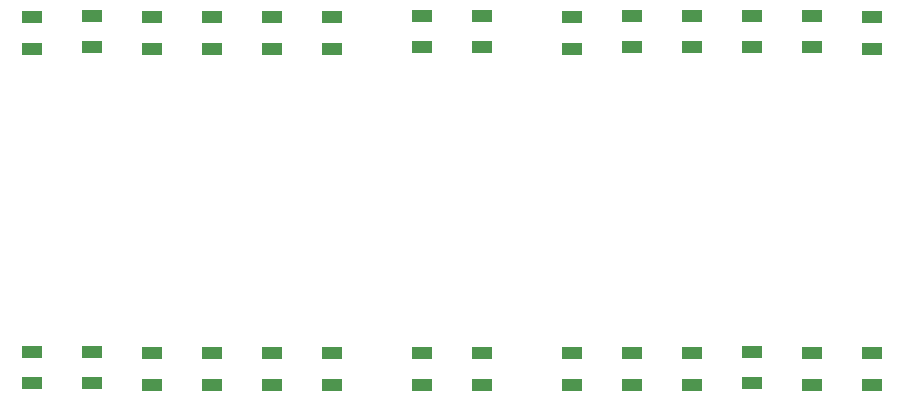
<source format=gtp>
G04*
G04 #@! TF.GenerationSoftware,Altium Limited,Altium Designer,20.1.14 (287)*
G04*
G04 Layer_Color=8421504*
%FSLAX25Y25*%
%MOIN*%
G70*
G04*
G04 #@! TF.SameCoordinates,2D993F0E-9169-457A-8C09-F8E6D10386A7*
G04*
G04*
G04 #@! TF.FilePolarity,Positive*
G04*
G01*
G75*
%ADD13R,0.07008X0.04488*%
D13*
X116500Y73500D02*
D03*
Y63028D02*
D03*
X196500Y73500D02*
D03*
Y63028D02*
D03*
X216500Y73500D02*
D03*
Y63028D02*
D03*
X236500Y73500D02*
D03*
Y63028D02*
D03*
X256500Y73972D02*
D03*
Y63500D02*
D03*
X276500Y73500D02*
D03*
Y63028D02*
D03*
X296500Y73500D02*
D03*
Y63028D02*
D03*
X146500Y73500D02*
D03*
Y63028D02*
D03*
X166342Y73500D02*
D03*
Y63028D02*
D03*
X16500Y73972D02*
D03*
Y63500D02*
D03*
X36500Y73972D02*
D03*
Y63500D02*
D03*
X56500Y73500D02*
D03*
Y63028D02*
D03*
X76500Y73500D02*
D03*
Y63028D02*
D03*
X96500Y73500D02*
D03*
Y63028D02*
D03*
X296500Y185500D02*
D03*
Y175028D02*
D03*
X276500Y185972D02*
D03*
Y175500D02*
D03*
X256500Y185972D02*
D03*
Y175500D02*
D03*
X236500Y185972D02*
D03*
Y175500D02*
D03*
X216500Y185972D02*
D03*
Y175500D02*
D03*
X196500Y185500D02*
D03*
Y175028D02*
D03*
X146500Y185972D02*
D03*
Y175500D02*
D03*
X166500Y185972D02*
D03*
Y175500D02*
D03*
X116500Y185500D02*
D03*
Y175028D02*
D03*
X96500Y185500D02*
D03*
Y175028D02*
D03*
X76500Y185500D02*
D03*
Y175028D02*
D03*
X56500Y185500D02*
D03*
Y175028D02*
D03*
X36500Y185972D02*
D03*
Y175500D02*
D03*
X16500Y185500D02*
D03*
Y175028D02*
D03*
M02*

</source>
